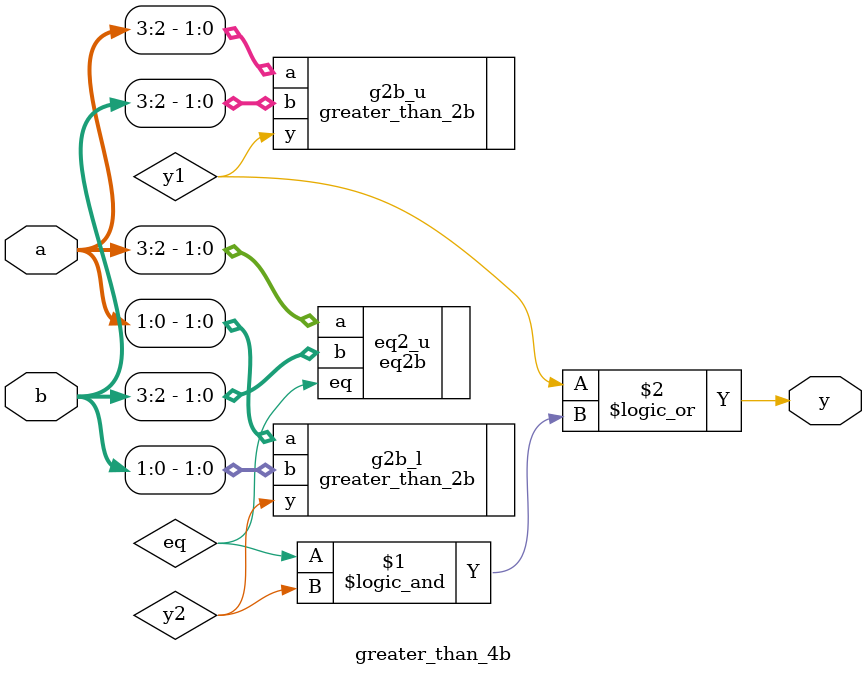
<source format=sv>
module greater_than_4b
(
   input  logic [3:0] a,
   input  logic [3:0] b,
   
   output logic       y
);

logic y1, y2, eq;

greater_than_2b g2b_u (.a (a[3:2]), .b (b[3:2]), .y(y1));
eq2b eq2_u (.a (a[3:2]), .b (b[3:2]), .eq (eq));
greater_than_2b g2b_l (.a (a[1:0]), .b (b[1:0]), .y (y2));

assign y = y1 || (eq && y2);


endmodule
</source>
